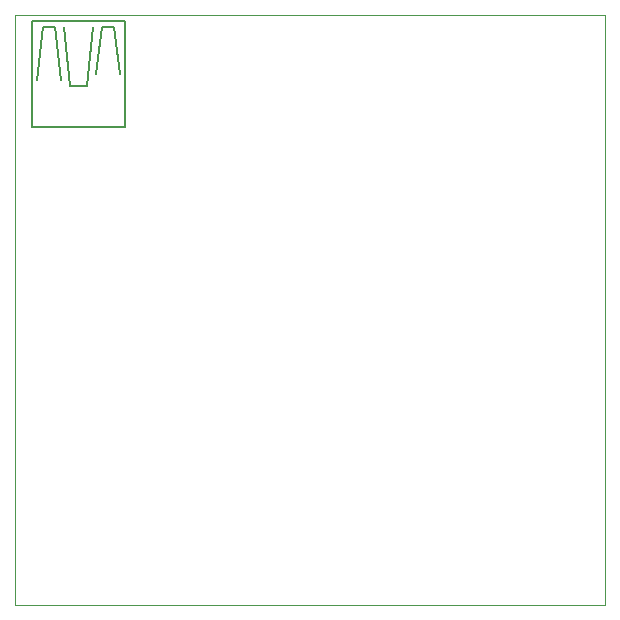
<source format=gbo>
G75*
G70*
%OFA0B0*%
%FSLAX24Y24*%
%IPPOS*%
%LPD*%
%AMOC8*
5,1,8,0,0,1.08239X$1,22.5*
%
%ADD10C,0.0000*%
%ADD11C,0.0050*%
D10*
X000181Y000685D02*
X000181Y020370D01*
X019866Y020370D01*
X019866Y000685D01*
X000181Y000685D01*
D11*
X000771Y016618D02*
X000771Y020162D01*
X003842Y020162D01*
X003842Y016618D01*
X000771Y016618D01*
X002011Y017996D02*
X001814Y019965D01*
X001519Y019965D02*
X001716Y018193D01*
X002011Y017996D02*
X002602Y017996D01*
X002799Y019965D01*
X003094Y019965D02*
X002897Y018390D01*
X003684Y018390D02*
X003488Y019965D01*
X003094Y019965D01*
X001519Y019965D02*
X001125Y019965D01*
X000928Y018193D01*
M02*

</source>
